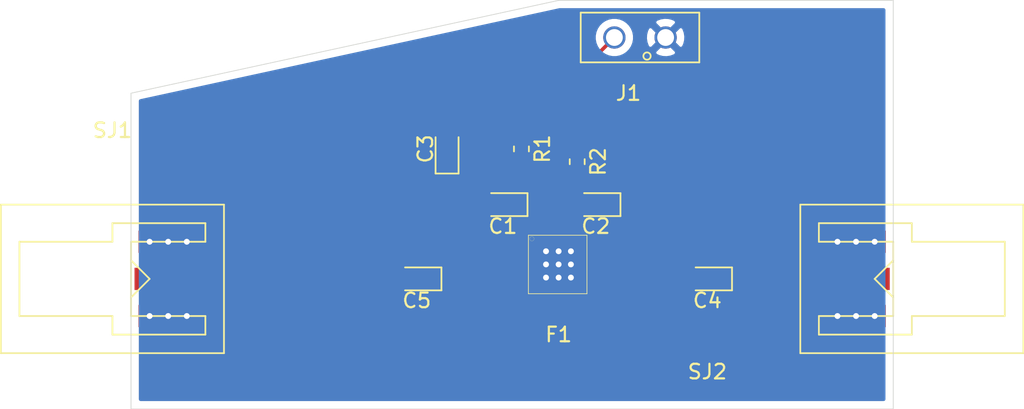
<source format=kicad_pcb>
(kicad_pcb (version 20171130) (host pcbnew 5.1.2-f72e74a~84~ubuntu18.04.1)

  (general
    (thickness 1.6)
    (drawings 5)
    (tracks 106)
    (zones 0)
    (modules 11)
    (nets 9)
  )

  (page A4)
  (layers
    (0 F.Cu signal)
    (31 B.Cu signal)
    (32 B.Adhes user)
    (33 F.Adhes user)
    (34 B.Paste user)
    (35 F.Paste user)
    (36 B.SilkS user)
    (37 F.SilkS user)
    (38 B.Mask user)
    (39 F.Mask user)
    (40 Dwgs.User user)
    (41 Cmts.User user)
    (42 Eco1.User user)
    (43 Eco2.User user)
    (44 Edge.Cuts user)
    (45 Margin user)
    (46 B.CrtYd user)
    (47 F.CrtYd user)
    (48 B.Fab user)
    (49 F.Fab user)
  )

  (setup
    (last_trace_width 0.25)
    (trace_clearance 0.2)
    (zone_clearance 0.508)
    (zone_45_only no)
    (trace_min 0.2)
    (via_size 0.8)
    (via_drill 0.4)
    (via_min_size 0.4)
    (via_min_drill 0.3)
    (uvia_size 0.3)
    (uvia_drill 0.1)
    (uvias_allowed no)
    (uvia_min_size 0.2)
    (uvia_min_drill 0.1)
    (edge_width 0.05)
    (segment_width 0.2)
    (pcb_text_width 0.3)
    (pcb_text_size 1.5 1.5)
    (mod_edge_width 0.12)
    (mod_text_size 1 1)
    (mod_text_width 0.15)
    (pad_size 6 2.2)
    (pad_drill 0)
    (pad_to_mask_clearance 0.051)
    (solder_mask_min_width 0.25)
    (aux_axis_origin 0 0)
    (visible_elements FFFFFF7F)
    (pcbplotparams
      (layerselection 0x010fc_ffffffff)
      (usegerberextensions false)
      (usegerberattributes false)
      (usegerberadvancedattributes false)
      (creategerberjobfile false)
      (excludeedgelayer true)
      (linewidth 0.100000)
      (plotframeref false)
      (viasonmask false)
      (mode 1)
      (useauxorigin false)
      (hpglpennumber 1)
      (hpglpenspeed 20)
      (hpglpendiameter 15.000000)
      (psnegative false)
      (psa4output false)
      (plotreference true)
      (plotvalue true)
      (plotinvisibletext false)
      (padsonsilk false)
      (subtractmaskfromsilk false)
      (outputformat 1)
      (mirror false)
      (drillshape 0)
      (scaleselection 1)
      (outputdirectory "proto1_ger_drill/"))
  )

  (net 0 "")
  (net 1 GND)
  (net 2 VCC)
  (net 3 /RFin)
  (net 4 /RF_OUT)
  (net 5 /D2_in)
  (net 6 /D5_in)
  (net 7 /RF_out)
  (net 8 /RF_in)

  (net_class Default "This is the default net class."
    (clearance 0.2)
    (trace_width 0.25)
    (via_dia 0.8)
    (via_drill 0.4)
    (uvia_dia 0.3)
    (uvia_drill 0.1)
    (add_net /D2_in)
    (add_net /D5_in)
    (add_net /RF_OUT)
    (add_net /RF_in)
    (add_net /RF_out)
    (add_net /RFin)
    (add_net GND)
    (add_net VCC)
  )

  (module sma_custom:CONSMA003.062-G (layer F.Cu) (tedit 5D1F15C9) (tstamp 5D1F55EE)
    (at 173.99 125.73)
    (path /5D1E8D40)
    (fp_text reference SJ2 (at -13.97 3.81) (layer F.SilkS)
      (effects (font (size 1 1) (thickness 0.15)))
    )
    (fp_text value sma_jack (at -6.35 5.08) (layer F.Fab)
      (effects (font (size 1 1) (thickness 0.15)))
    )
    (fp_line (start -1.27 -1.27) (end -2.54 -2.54) (layer F.SilkS) (width 0.12))
    (fp_line (start -1.27 -3.81) (end -2.54 -2.54) (layer F.SilkS) (width 0.12))
    (fp_line (start -7.62 2.54) (end 7.62 2.54) (layer F.SilkS) (width 0.12))
    (fp_line (start 7.62 -7.62) (end -7.62 -7.62) (layer F.SilkS) (width 0.12))
    (fp_line (start -6.35 0) (end -6.35 1.27) (layer F.SilkS) (width 0.12))
    (fp_line (start -1.27 0) (end -6.35 0) (layer F.SilkS) (width 0.12))
    (fp_line (start -1.27 -5.08) (end -1.27 0) (layer F.SilkS) (width 0.12))
    (fp_line (start -6.35 -5.08) (end -1.27 -5.08) (layer F.SilkS) (width 0.12))
    (fp_line (start -6.35 -6.35) (end -6.35 -5.08) (layer F.SilkS) (width 0.12))
    (fp_line (start 6.35 -5.08) (end 6.35 0) (layer F.SilkS) (width 0.12))
    (fp_line (start 0 -5.08) (end 6.35 -5.08) (layer F.SilkS) (width 0.12))
    (fp_line (start 0 -6.35) (end 0 -5.08) (layer F.SilkS) (width 0.12))
    (fp_line (start 0 0) (end 6.35 0) (layer F.SilkS) (width 0.12))
    (fp_line (start 0 1.27) (end 0 0) (layer F.SilkS) (width 0.12))
    (fp_line (start 7.62 2.54) (end 7.62 -7.62) (layer F.SilkS) (width 0.12))
    (fp_line (start -7.62 -7.62) (end -7.62 2.54) (layer F.SilkS) (width 0.12))
    (fp_line (start 0 1.27) (end -6.35 1.27) (layer F.SilkS) (width 0.12))
    (fp_line (start -6.35 -6.35) (end 0 -6.35) (layer F.SilkS) (width 0.12))
    (pad 3 smd rect (at -3.81 0) (size 4.06 1.52) (layers F.Cu F.Paste F.Mask)
      (net 1 GND))
    (pad 2 smd rect (at -3.81 -5.08) (size 4.06 1.52) (layers F.Cu F.Paste F.Mask)
      (net 1 GND))
    (pad 1 smd rect (at -3.81 -2.54) (size 4.6 1.52) (layers F.Cu F.Paste F.Mask)
      (net 4 /RF_OUT))
  )

  (module sma_custom:CONSMA003.062-G (layer F.Cu) (tedit 5D1F15C9) (tstamp 5D1F55D5)
    (at 119.38 120.65 180)
    (path /5D1E3374)
    (fp_text reference SJ1 (at 0 7.62) (layer F.SilkS)
      (effects (font (size 1 1) (thickness 0.15)))
    )
    (fp_text value sma_jack (at 0 5.08) (layer F.Fab)
      (effects (font (size 1 1) (thickness 0.15)))
    )
    (fp_line (start -1.27 -1.27) (end -2.54 -2.54) (layer F.SilkS) (width 0.12))
    (fp_line (start -1.27 -3.81) (end -2.54 -2.54) (layer F.SilkS) (width 0.12))
    (fp_line (start -7.62 2.54) (end 7.62 2.54) (layer F.SilkS) (width 0.12))
    (fp_line (start 7.62 -7.62) (end -7.62 -7.62) (layer F.SilkS) (width 0.12))
    (fp_line (start -6.35 0) (end -6.35 1.27) (layer F.SilkS) (width 0.12))
    (fp_line (start -1.27 0) (end -6.35 0) (layer F.SilkS) (width 0.12))
    (fp_line (start -1.27 -5.08) (end -1.27 0) (layer F.SilkS) (width 0.12))
    (fp_line (start -6.35 -5.08) (end -1.27 -5.08) (layer F.SilkS) (width 0.12))
    (fp_line (start -6.35 -6.35) (end -6.35 -5.08) (layer F.SilkS) (width 0.12))
    (fp_line (start 6.35 -5.08) (end 6.35 0) (layer F.SilkS) (width 0.12))
    (fp_line (start 0 -5.08) (end 6.35 -5.08) (layer F.SilkS) (width 0.12))
    (fp_line (start 0 -6.35) (end 0 -5.08) (layer F.SilkS) (width 0.12))
    (fp_line (start 0 0) (end 6.35 0) (layer F.SilkS) (width 0.12))
    (fp_line (start 0 1.27) (end 0 0) (layer F.SilkS) (width 0.12))
    (fp_line (start 7.62 2.54) (end 7.62 -7.62) (layer F.SilkS) (width 0.12))
    (fp_line (start -7.62 -7.62) (end -7.62 2.54) (layer F.SilkS) (width 0.12))
    (fp_line (start 0 1.27) (end -6.35 1.27) (layer F.SilkS) (width 0.12))
    (fp_line (start -6.35 -6.35) (end 0 -6.35) (layer F.SilkS) (width 0.12))
    (pad 3 smd rect (at -3.81 0 180) (size 4.06 1.52) (layers F.Cu F.Paste F.Mask)
      (net 1 GND))
    (pad 2 smd rect (at -3.81 -5.08 180) (size 4.06 1.52) (layers F.Cu F.Paste F.Mask)
      (net 1 GND))
    (pad 1 smd rect (at -3.81 -2.54 180) (size 4.6 1.52) (layers F.Cu F.Paste F.Mask)
      (net 3 /RFin))
  )

  (module Resistor_SMD:R_0603_1608Metric_Pad1.05x0.95mm_HandSolder (layer F.Cu) (tedit 5B301BBD) (tstamp 5D1E66B2)
    (at 151.13 115.175 270)
    (descr "Resistor SMD 0603 (1608 Metric), square (rectangular) end terminal, IPC_7351 nominal with elongated pad for handsoldering. (Body size source: http://www.tortai-tech.com/upload/download/2011102023233369053.pdf), generated with kicad-footprint-generator")
    (tags "resistor handsolder")
    (path /5D2C886E)
    (attr smd)
    (fp_text reference R2 (at 0 -1.43 90) (layer F.SilkS)
      (effects (font (size 1 1) (thickness 0.15)))
    )
    (fp_text value 5k (at 0 1.43 90) (layer F.Fab)
      (effects (font (size 1 1) (thickness 0.15)))
    )
    (fp_text user %R (at 0 0 90) (layer F.Fab)
      (effects (font (size 0.4 0.4) (thickness 0.06)))
    )
    (fp_line (start 1.65 0.73) (end -1.65 0.73) (layer F.CrtYd) (width 0.05))
    (fp_line (start 1.65 -0.73) (end 1.65 0.73) (layer F.CrtYd) (width 0.05))
    (fp_line (start -1.65 -0.73) (end 1.65 -0.73) (layer F.CrtYd) (width 0.05))
    (fp_line (start -1.65 0.73) (end -1.65 -0.73) (layer F.CrtYd) (width 0.05))
    (fp_line (start -0.171267 0.51) (end 0.171267 0.51) (layer F.SilkS) (width 0.12))
    (fp_line (start -0.171267 -0.51) (end 0.171267 -0.51) (layer F.SilkS) (width 0.12))
    (fp_line (start 0.8 0.4) (end -0.8 0.4) (layer F.Fab) (width 0.1))
    (fp_line (start 0.8 -0.4) (end 0.8 0.4) (layer F.Fab) (width 0.1))
    (fp_line (start -0.8 -0.4) (end 0.8 -0.4) (layer F.Fab) (width 0.1))
    (fp_line (start -0.8 0.4) (end -0.8 -0.4) (layer F.Fab) (width 0.1))
    (pad 2 smd roundrect (at 0.875 0 270) (size 1.05 0.95) (layers F.Cu F.Paste F.Mask) (roundrect_rratio 0.25)
      (net 6 /D5_in))
    (pad 1 smd roundrect (at -0.875 0 270) (size 1.05 0.95) (layers F.Cu F.Paste F.Mask) (roundrect_rratio 0.25)
      (net 2 VCC))
    (model ${KISYS3DMOD}/Resistor_SMD.3dshapes/R_0603_1608Metric.wrl
      (at (xyz 0 0 0))
      (scale (xyz 1 1 1))
      (rotate (xyz 0 0 0))
    )
  )

  (module Resistor_SMD:R_0603_1608Metric_Pad1.05x0.95mm_HandSolder (layer F.Cu) (tedit 5B301BBD) (tstamp 5D1E66A1)
    (at 147.32 114.3 270)
    (descr "Resistor SMD 0603 (1608 Metric), square (rectangular) end terminal, IPC_7351 nominal with elongated pad for handsoldering. (Body size source: http://www.tortai-tech.com/upload/download/2011102023233369053.pdf), generated with kicad-footprint-generator")
    (tags "resistor handsolder")
    (path /5D2C8BAC)
    (attr smd)
    (fp_text reference R1 (at 0 -1.43 90) (layer F.SilkS)
      (effects (font (size 1 1) (thickness 0.15)))
    )
    (fp_text value 5k (at 0 1.43 90) (layer F.Fab)
      (effects (font (size 1 1) (thickness 0.15)))
    )
    (fp_text user %R (at 0 0 90) (layer F.Fab)
      (effects (font (size 0.4 0.4) (thickness 0.06)))
    )
    (fp_line (start 1.65 0.73) (end -1.65 0.73) (layer F.CrtYd) (width 0.05))
    (fp_line (start 1.65 -0.73) (end 1.65 0.73) (layer F.CrtYd) (width 0.05))
    (fp_line (start -1.65 -0.73) (end 1.65 -0.73) (layer F.CrtYd) (width 0.05))
    (fp_line (start -1.65 0.73) (end -1.65 -0.73) (layer F.CrtYd) (width 0.05))
    (fp_line (start -0.171267 0.51) (end 0.171267 0.51) (layer F.SilkS) (width 0.12))
    (fp_line (start -0.171267 -0.51) (end 0.171267 -0.51) (layer F.SilkS) (width 0.12))
    (fp_line (start 0.8 0.4) (end -0.8 0.4) (layer F.Fab) (width 0.1))
    (fp_line (start 0.8 -0.4) (end 0.8 0.4) (layer F.Fab) (width 0.1))
    (fp_line (start -0.8 -0.4) (end 0.8 -0.4) (layer F.Fab) (width 0.1))
    (fp_line (start -0.8 0.4) (end -0.8 -0.4) (layer F.Fab) (width 0.1))
    (pad 2 smd roundrect (at 0.875 0 270) (size 1.05 0.95) (layers F.Cu F.Paste F.Mask) (roundrect_rratio 0.25)
      (net 5 /D2_in))
    (pad 1 smd roundrect (at -0.875 0 270) (size 1.05 0.95) (layers F.Cu F.Paste F.Mask) (roundrect_rratio 0.25)
      (net 2 VCC))
    (model ${KISYS3DMOD}/Resistor_SMD.3dshapes/R_0603_1608Metric.wrl
      (at (xyz 0 0 0))
      (scale (xyz 1 1 1))
      (rotate (xyz 0 0 0))
    )
  )

  (module borniers:PRT-08084 (layer F.Cu) (tedit 5D01074F) (tstamp 5D1E6690)
    (at 157.17 111.76)
    (path /5D2D9A16)
    (fp_text reference J1 (at -2.54 -1.27) (layer F.SilkS)
      (effects (font (size 1 1) (thickness 0.15)))
    )
    (fp_text value Supply (at -8.58 -5.08) (layer F.Fab)
      (effects (font (size 1 1) (thickness 0.15)))
    )
    (fp_circle (center -1.27 -3.81) (end -1.02 -3.81) (layer F.SilkS) (width 0.12))
    (fp_line (start 2.3 -3.38) (end -5.8 -3.38) (layer F.SilkS) (width 0.12))
    (fp_line (start -5.8 -6.78) (end 2.3 -6.78) (layer F.SilkS) (width 0.12))
    (fp_line (start 2.3 -3.38) (end 2.3 -6.78) (layer F.SilkS) (width 0.12))
    (fp_line (start -5.8 -3.38) (end -5.8 -6.78) (layer F.SilkS) (width 0.12))
    (pad 2 thru_hole circle (at 0 -5.08) (size 1.524 1.524) (drill 1.15) (layers *.Cu *.Mask)
      (net 1 GND))
    (pad 1 thru_hole circle (at -3.5 -5.08) (size 1.524 1.524) (drill 1.15) (layers *.Cu *.Mask)
      (net 2 VCC))
  )

  (module attenuator:F1958 (layer F.Cu) (tedit 5D1DA618) (tstamp 5D1E6685)
    (at 150.334999 122.744999)
    (path /5D2C7880)
    (fp_text reference F1 (at -0.474999 4.255001) (layer F.SilkS)
      (effects (font (size 1 1) (thickness 0.15)))
    )
    (fp_text value F1958 (at -0.474999 2.985001) (layer F.Fab)
      (effects (font (size 1 1) (thickness 0.15)))
    )
    (fp_circle (center -2.3 -2.3) (end -2.15 -2.3) (layer F.SilkS) (width 0.01))
    (fp_line (start 1.46 1.46) (end -2.54 1.46) (layer F.SilkS) (width 0.05))
    (fp_line (start 1.46 -2.54) (end 1.46 1.46) (layer F.SilkS) (width 0.05))
    (fp_line (start -2.54 1.46) (end -2.54 -2.54) (layer F.SilkS) (width 0.05))
    (fp_line (start -2.54 -2.54) (end 1.46 -2.54) (layer F.SilkS) (width 0.05))
    (pad 25 smd rect (at -0.53 -0.53) (size 2.7 2.7) (layers F.Cu F.Paste F.Mask)
      (net 1 GND))
    (pad 18 smd rect (at 1.46 -1.79 90) (size 0.3 0.8) (layers F.Cu F.Paste F.Mask)
      (net 1 GND))
    (pad 13 smd rect (at 1.46 0.71 90) (size 0.3 0.8) (layers F.Cu F.Paste F.Mask)
      (net 1 GND))
    (pad 14 smd rect (at 1.46 0.21 90) (size 0.3 0.8) (layers F.Cu F.Paste F.Mask)
      (net 7 /RF_out))
    (pad 15 smd rect (at 1.46 -0.29 90) (size 0.3 0.8) (layers F.Cu F.Paste F.Mask)
      (net 1 GND))
    (pad 17 smd rect (at 1.46 -1.29 90) (size 0.3 0.8) (layers F.Cu F.Paste F.Mask)
      (net 1 GND))
    (pad 16 smd rect (at 1.46 -0.79 90) (size 0.3 0.8) (layers F.Cu F.Paste F.Mask)
      (net 2 VCC))
    (pad 6 smd rect (at -2.54 0.71 90) (size 0.3 0.8) (layers F.Cu F.Paste F.Mask)
      (net 1 GND))
    (pad 5 smd rect (at -2.54 0.21 90) (size 0.3 0.8) (layers F.Cu F.Paste F.Mask)
      (net 8 /RF_in))
    (pad 4 smd rect (at -2.54 -0.29 90) (size 0.3 0.8) (layers F.Cu F.Paste F.Mask)
      (net 1 GND))
    (pad 3 smd rect (at -2.54 -0.79 90) (size 0.3 0.8) (layers F.Cu F.Paste F.Mask)
      (net 1 GND))
    (pad 2 smd rect (at -2.54 -1.29 90) (size 0.3 0.8) (layers F.Cu F.Paste F.Mask)
      (net 2 VCC))
    (pad 1 smd rect (at -2.54 -1.79 90) (size 0.3 0.8) (layers F.Cu F.Paste F.Mask)
      (net 1 GND))
    (pad 7 smd rect (at -1.79 1.46) (size 0.3 0.8) (layers F.Cu F.Paste F.Mask)
      (net 1 GND))
    (pad 8 smd rect (at -1.29 1.46) (size 0.3 0.8) (layers F.Cu F.Paste F.Mask)
      (net 1 GND))
    (pad 10 smd rect (at -0.29 1.46) (size 0.3 0.8) (layers F.Cu F.Paste F.Mask)
      (net 1 GND))
    (pad 9 smd rect (at -0.79 1.46) (size 0.3 0.8) (layers F.Cu F.Paste F.Mask)
      (net 1 GND))
    (pad 12 smd rect (at 0.71 1.46) (size 0.3 0.8) (layers F.Cu F.Paste F.Mask)
      (net 1 GND))
    (pad 11 smd rect (at 0.21 1.46) (size 0.3 0.8) (layers F.Cu F.Paste F.Mask)
      (net 1 GND))
    (pad 19 smd rect (at 0.71 -2.54) (size 0.3 0.8) (layers F.Cu F.Paste F.Mask)
      (net 1 GND))
    (pad 20 smd rect (at 0.21 -2.54) (size 0.3 0.8) (layers F.Cu F.Paste F.Mask)
      (net 6 /D5_in))
    (pad 21 smd rect (at -0.29 -2.54) (size 0.3 0.8) (layers F.Cu F.Paste F.Mask)
      (net 1 GND))
    (pad 22 smd rect (at -0.79 -2.54) (size 0.3 0.8) (layers F.Cu F.Paste F.Mask)
      (net 1 GND))
    (pad 23 smd rect (at -1.29 -2.54) (size 0.3 0.8) (layers F.Cu F.Paste F.Mask)
      (net 5 /D2_in))
    (pad 24 smd rect (at -1.79 -2.54) (size 0.3 0.8) (layers F.Cu F.Paste F.Mask)
      (net 1 GND))
  )

  (module Capacitor_Tantalum_SMD:CP_EIA-1608-08_AVX-J_Pad1.25x1.05mm_HandSolder (layer F.Cu) (tedit 5B301BBE) (tstamp 5D1E6663)
    (at 140.17 123.19 180)
    (descr "Tantalum Capacitor SMD AVX-J (1608-08 Metric), IPC_7351 nominal, (Body size from: https://www.vishay.com/docs/48064/_t58_vmn_pt0471_1601.pdf), generated with kicad-footprint-generator")
    (tags "capacitor tantalum")
    (path /5D1F0A20)
    (attr smd)
    (fp_text reference C5 (at 0 -1.48) (layer F.SilkS)
      (effects (font (size 1 1) (thickness 0.15)))
    )
    (fp_text value 100p (at 0 1.48) (layer F.Fab)
      (effects (font (size 1 1) (thickness 0.15)))
    )
    (fp_text user %R (at 0 0) (layer F.Fab)
      (effects (font (size 0.4 0.4) (thickness 0.06)))
    )
    (fp_line (start 1.68 0.78) (end -1.68 0.78) (layer F.CrtYd) (width 0.05))
    (fp_line (start 1.68 -0.78) (end 1.68 0.78) (layer F.CrtYd) (width 0.05))
    (fp_line (start -1.68 -0.78) (end 1.68 -0.78) (layer F.CrtYd) (width 0.05))
    (fp_line (start -1.68 0.78) (end -1.68 -0.78) (layer F.CrtYd) (width 0.05))
    (fp_line (start -1.685 0.785) (end 0.8 0.785) (layer F.SilkS) (width 0.12))
    (fp_line (start -1.685 -0.785) (end -1.685 0.785) (layer F.SilkS) (width 0.12))
    (fp_line (start 0.8 -0.785) (end -1.685 -0.785) (layer F.SilkS) (width 0.12))
    (fp_line (start 0.8 0.425) (end 0.8 -0.425) (layer F.Fab) (width 0.1))
    (fp_line (start -0.8 0.425) (end 0.8 0.425) (layer F.Fab) (width 0.1))
    (fp_line (start -0.8 -0.125) (end -0.8 0.425) (layer F.Fab) (width 0.1))
    (fp_line (start -0.5 -0.425) (end -0.8 -0.125) (layer F.Fab) (width 0.1))
    (fp_line (start 0.8 -0.425) (end -0.5 -0.425) (layer F.Fab) (width 0.1))
    (pad 2 smd roundrect (at 0.8 0 180) (size 1.25 1.05) (layers F.Cu F.Paste F.Mask) (roundrect_rratio 0.238095)
      (net 3 /RFin))
    (pad 1 smd roundrect (at -0.8 0 180) (size 1.25 1.05) (layers F.Cu F.Paste F.Mask) (roundrect_rratio 0.238095)
      (net 8 /RF_in))
    (model ${KISYS3DMOD}/Capacitor_Tantalum_SMD.3dshapes/CP_EIA-1608-08_AVX-J.wrl
      (at (xyz 0 0 0))
      (scale (xyz 1 1 1))
      (rotate (xyz 0 0 0))
    )
  )

  (module Capacitor_Tantalum_SMD:CP_EIA-1608-08_AVX-J_Pad1.25x1.05mm_HandSolder (layer F.Cu) (tedit 5B301BBE) (tstamp 5D1E6650)
    (at 160.02 123.19 180)
    (descr "Tantalum Capacitor SMD AVX-J (1608-08 Metric), IPC_7351 nominal, (Body size from: https://www.vishay.com/docs/48064/_t58_vmn_pt0471_1601.pdf), generated with kicad-footprint-generator")
    (tags "capacitor tantalum")
    (path /5D1F0F14)
    (attr smd)
    (fp_text reference C4 (at 0 -1.48) (layer F.SilkS)
      (effects (font (size 1 1) (thickness 0.15)))
    )
    (fp_text value 100p (at 0 1.48) (layer F.Fab)
      (effects (font (size 1 1) (thickness 0.15)))
    )
    (fp_text user %R (at 0 0) (layer F.Fab)
      (effects (font (size 0.4 0.4) (thickness 0.06)))
    )
    (fp_line (start 1.68 0.78) (end -1.68 0.78) (layer F.CrtYd) (width 0.05))
    (fp_line (start 1.68 -0.78) (end 1.68 0.78) (layer F.CrtYd) (width 0.05))
    (fp_line (start -1.68 -0.78) (end 1.68 -0.78) (layer F.CrtYd) (width 0.05))
    (fp_line (start -1.68 0.78) (end -1.68 -0.78) (layer F.CrtYd) (width 0.05))
    (fp_line (start -1.685 0.785) (end 0.8 0.785) (layer F.SilkS) (width 0.12))
    (fp_line (start -1.685 -0.785) (end -1.685 0.785) (layer F.SilkS) (width 0.12))
    (fp_line (start 0.8 -0.785) (end -1.685 -0.785) (layer F.SilkS) (width 0.12))
    (fp_line (start 0.8 0.425) (end 0.8 -0.425) (layer F.Fab) (width 0.1))
    (fp_line (start -0.8 0.425) (end 0.8 0.425) (layer F.Fab) (width 0.1))
    (fp_line (start -0.8 -0.125) (end -0.8 0.425) (layer F.Fab) (width 0.1))
    (fp_line (start -0.5 -0.425) (end -0.8 -0.125) (layer F.Fab) (width 0.1))
    (fp_line (start 0.8 -0.425) (end -0.5 -0.425) (layer F.Fab) (width 0.1))
    (pad 2 smd roundrect (at 0.8 0 180) (size 1.25 1.05) (layers F.Cu F.Paste F.Mask) (roundrect_rratio 0.238095)
      (net 7 /RF_out))
    (pad 1 smd roundrect (at -0.8 0 180) (size 1.25 1.05) (layers F.Cu F.Paste F.Mask) (roundrect_rratio 0.238095)
      (net 4 /RF_OUT))
    (model ${KISYS3DMOD}/Capacitor_Tantalum_SMD.3dshapes/CP_EIA-1608-08_AVX-J.wrl
      (at (xyz 0 0 0))
      (scale (xyz 1 1 1))
      (rotate (xyz 0 0 0))
    )
  )

  (module Capacitor_Tantalum_SMD:CP_EIA-1608-08_AVX-J_Pad1.25x1.05mm_HandSolder (layer F.Cu) (tedit 5B301BBE) (tstamp 5D1E663D)
    (at 142.24 114.3 90)
    (descr "Tantalum Capacitor SMD AVX-J (1608-08 Metric), IPC_7351 nominal, (Body size from: https://www.vishay.com/docs/48064/_t58_vmn_pt0471_1601.pdf), generated with kicad-footprint-generator")
    (tags "capacitor tantalum")
    (path /5D2DC827)
    (attr smd)
    (fp_text reference C3 (at 0 -1.48 90) (layer F.SilkS)
      (effects (font (size 1 1) (thickness 0.15)))
    )
    (fp_text value 0.1u (at 0 1.48 90) (layer F.Fab)
      (effects (font (size 1 1) (thickness 0.15)))
    )
    (fp_text user %R (at 0 0 90) (layer F.Fab)
      (effects (font (size 0.4 0.4) (thickness 0.06)))
    )
    (fp_line (start 1.68 0.78) (end -1.68 0.78) (layer F.CrtYd) (width 0.05))
    (fp_line (start 1.68 -0.78) (end 1.68 0.78) (layer F.CrtYd) (width 0.05))
    (fp_line (start -1.68 -0.78) (end 1.68 -0.78) (layer F.CrtYd) (width 0.05))
    (fp_line (start -1.68 0.78) (end -1.68 -0.78) (layer F.CrtYd) (width 0.05))
    (fp_line (start -1.685 0.785) (end 0.8 0.785) (layer F.SilkS) (width 0.12))
    (fp_line (start -1.685 -0.785) (end -1.685 0.785) (layer F.SilkS) (width 0.12))
    (fp_line (start 0.8 -0.785) (end -1.685 -0.785) (layer F.SilkS) (width 0.12))
    (fp_line (start 0.8 0.425) (end 0.8 -0.425) (layer F.Fab) (width 0.1))
    (fp_line (start -0.8 0.425) (end 0.8 0.425) (layer F.Fab) (width 0.1))
    (fp_line (start -0.8 -0.125) (end -0.8 0.425) (layer F.Fab) (width 0.1))
    (fp_line (start -0.5 -0.425) (end -0.8 -0.125) (layer F.Fab) (width 0.1))
    (fp_line (start 0.8 -0.425) (end -0.5 -0.425) (layer F.Fab) (width 0.1))
    (pad 2 smd roundrect (at 0.8 0 90) (size 1.25 1.05) (layers F.Cu F.Paste F.Mask) (roundrect_rratio 0.238095)
      (net 2 VCC))
    (pad 1 smd roundrect (at -0.8 0 90) (size 1.25 1.05) (layers F.Cu F.Paste F.Mask) (roundrect_rratio 0.238095)
      (net 1 GND))
    (model ${KISYS3DMOD}/Capacitor_Tantalum_SMD.3dshapes/CP_EIA-1608-08_AVX-J.wrl
      (at (xyz 0 0 0))
      (scale (xyz 1 1 1))
      (rotate (xyz 0 0 0))
    )
  )

  (module Capacitor_Tantalum_SMD:CP_EIA-1608-08_AVX-J_Pad1.25x1.05mm_HandSolder (layer F.Cu) (tedit 5B301BBE) (tstamp 5D1E662A)
    (at 152.4 118.11 180)
    (descr "Tantalum Capacitor SMD AVX-J (1608-08 Metric), IPC_7351 nominal, (Body size from: https://www.vishay.com/docs/48064/_t58_vmn_pt0471_1601.pdf), generated with kicad-footprint-generator")
    (tags "capacitor tantalum")
    (path /5D2CB8A7)
    (attr smd)
    (fp_text reference C2 (at 0 -1.48) (layer F.SilkS)
      (effects (font (size 1 1) (thickness 0.15)))
    )
    (fp_text value 2p (at 0 1.48) (layer F.Fab)
      (effects (font (size 1 1) (thickness 0.15)))
    )
    (fp_text user %R (at 0 0) (layer F.Fab)
      (effects (font (size 0.4 0.4) (thickness 0.06)))
    )
    (fp_line (start 1.68 0.78) (end -1.68 0.78) (layer F.CrtYd) (width 0.05))
    (fp_line (start 1.68 -0.78) (end 1.68 0.78) (layer F.CrtYd) (width 0.05))
    (fp_line (start -1.68 -0.78) (end 1.68 -0.78) (layer F.CrtYd) (width 0.05))
    (fp_line (start -1.68 0.78) (end -1.68 -0.78) (layer F.CrtYd) (width 0.05))
    (fp_line (start -1.685 0.785) (end 0.8 0.785) (layer F.SilkS) (width 0.12))
    (fp_line (start -1.685 -0.785) (end -1.685 0.785) (layer F.SilkS) (width 0.12))
    (fp_line (start 0.8 -0.785) (end -1.685 -0.785) (layer F.SilkS) (width 0.12))
    (fp_line (start 0.8 0.425) (end 0.8 -0.425) (layer F.Fab) (width 0.1))
    (fp_line (start -0.8 0.425) (end 0.8 0.425) (layer F.Fab) (width 0.1))
    (fp_line (start -0.8 -0.125) (end -0.8 0.425) (layer F.Fab) (width 0.1))
    (fp_line (start -0.5 -0.425) (end -0.8 -0.125) (layer F.Fab) (width 0.1))
    (fp_line (start 0.8 -0.425) (end -0.5 -0.425) (layer F.Fab) (width 0.1))
    (pad 2 smd roundrect (at 0.8 0 180) (size 1.25 1.05) (layers F.Cu F.Paste F.Mask) (roundrect_rratio 0.238095)
      (net 6 /D5_in))
    (pad 1 smd roundrect (at -0.8 0 180) (size 1.25 1.05) (layers F.Cu F.Paste F.Mask) (roundrect_rratio 0.238095)
      (net 1 GND))
    (model ${KISYS3DMOD}/Capacitor_Tantalum_SMD.3dshapes/CP_EIA-1608-08_AVX-J.wrl
      (at (xyz 0 0 0))
      (scale (xyz 1 1 1))
      (rotate (xyz 0 0 0))
    )
  )

  (module Capacitor_Tantalum_SMD:CP_EIA-1608-08_AVX-J_Pad1.25x1.05mm_HandSolder (layer F.Cu) (tedit 5B301BBE) (tstamp 5D1E6617)
    (at 146.05 118.11 180)
    (descr "Tantalum Capacitor SMD AVX-J (1608-08 Metric), IPC_7351 nominal, (Body size from: https://www.vishay.com/docs/48064/_t58_vmn_pt0471_1601.pdf), generated with kicad-footprint-generator")
    (tags "capacitor tantalum")
    (path /5D2C9611)
    (attr smd)
    (fp_text reference C1 (at 0 -1.48) (layer F.SilkS)
      (effects (font (size 1 1) (thickness 0.15)))
    )
    (fp_text value 2p (at 0 1.48) (layer F.Fab)
      (effects (font (size 1 1) (thickness 0.15)))
    )
    (fp_text user %R (at 0 0) (layer F.Fab)
      (effects (font (size 0.4 0.4) (thickness 0.06)))
    )
    (fp_line (start 1.68 0.78) (end -1.68 0.78) (layer F.CrtYd) (width 0.05))
    (fp_line (start 1.68 -0.78) (end 1.68 0.78) (layer F.CrtYd) (width 0.05))
    (fp_line (start -1.68 -0.78) (end 1.68 -0.78) (layer F.CrtYd) (width 0.05))
    (fp_line (start -1.68 0.78) (end -1.68 -0.78) (layer F.CrtYd) (width 0.05))
    (fp_line (start -1.685 0.785) (end 0.8 0.785) (layer F.SilkS) (width 0.12))
    (fp_line (start -1.685 -0.785) (end -1.685 0.785) (layer F.SilkS) (width 0.12))
    (fp_line (start 0.8 -0.785) (end -1.685 -0.785) (layer F.SilkS) (width 0.12))
    (fp_line (start 0.8 0.425) (end 0.8 -0.425) (layer F.Fab) (width 0.1))
    (fp_line (start -0.8 0.425) (end 0.8 0.425) (layer F.Fab) (width 0.1))
    (fp_line (start -0.8 -0.125) (end -0.8 0.425) (layer F.Fab) (width 0.1))
    (fp_line (start -0.5 -0.425) (end -0.8 -0.125) (layer F.Fab) (width 0.1))
    (fp_line (start 0.8 -0.425) (end -0.5 -0.425) (layer F.Fab) (width 0.1))
    (pad 2 smd roundrect (at 0.8 0 180) (size 1.25 1.05) (layers F.Cu F.Paste F.Mask) (roundrect_rratio 0.238095)
      (net 1 GND))
    (pad 1 smd roundrect (at -0.8 0 180) (size 1.25 1.05) (layers F.Cu F.Paste F.Mask) (roundrect_rratio 0.238095)
      (net 5 /D2_in))
    (model ${KISYS3DMOD}/Capacitor_Tantalum_SMD.3dshapes/CP_EIA-1608-08_AVX-J.wrl
      (at (xyz 0 0 0))
      (scale (xyz 1 1 1))
      (rotate (xyz 0 0 0))
    )
  )

  (gr_line (start 172.72 104.14) (end 149.86 104.14) (layer Edge.Cuts) (width 0.05) (tstamp 5D1F57F8))
  (gr_line (start 120.65 132.08) (end 172.72 132.08) (layer Edge.Cuts) (width 0.05) (tstamp 5D1F57F7))
  (gr_line (start 172.72 132.08) (end 172.72 104.14) (layer Edge.Cuts) (width 0.05) (tstamp 5D1F2FAB))
  (gr_line (start 120.65 110.49) (end 149.86 104.14) (layer Edge.Cuts) (width 0.05))
  (gr_line (start 120.65 132.08) (end 120.65 110.49) (layer Edge.Cuts) (width 0.05))

  (via (at 121.92 125.73) (size 0.8) (drill 0.4) (layers F.Cu B.Cu) (net 1))
  (via (at 123.19 125.73) (size 0.8) (drill 0.4) (layers F.Cu B.Cu) (net 1))
  (via (at 123.19 120.65) (size 0.8) (drill 0.4) (layers F.Cu B.Cu) (net 1))
  (via (at 121.92 120.65) (size 0.8) (drill 0.4) (layers F.Cu B.Cu) (net 1))
  (via (at 170.18 125.73) (size 0.8) (drill 0.4) (layers F.Cu B.Cu) (net 1))
  (via (at 171.45 125.73) (size 0.8) (drill 0.4) (layers F.Cu B.Cu) (net 1))
  (via (at 171.45 120.65) (size 0.8) (drill 0.4) (layers F.Cu B.Cu) (net 1))
  (via (at 170.18 120.65) (size 0.8) (drill 0.4) (layers F.Cu B.Cu) (net 1))
  (via (at 149 122.2) (size 0.8) (drill 0.4) (layers F.Cu B.Cu) (net 1))
  (via (at 149 123.1) (size 0.8) (drill 0.4) (layers F.Cu B.Cu) (net 1))
  (via (at 149 121.3) (size 0.8) (drill 0.4) (layers F.Cu B.Cu) (net 1))
  (via (at 149.86 121.3) (size 0.8) (drill 0.4) (layers F.Cu B.Cu) (net 1))
  (via (at 150.7 123.1) (size 0.8) (drill 0.4) (layers F.Cu B.Cu) (net 1))
  (via (at 150.7 121.3) (size 0.8) (drill 0.4) (layers F.Cu B.Cu) (net 1))
  (via (at 150.7 122.2) (size 0.8) (drill 0.4) (layers F.Cu B.Cu) (net 1))
  (via (at 149.86 123.1) (size 0.8) (drill 0.4) (layers F.Cu B.Cu) (net 1))
  (via (at 149.86 122.2) (size 0.8) (drill 0.4) (layers F.Cu B.Cu) (net 1))
  (segment (start 151.105001 120.204999) (end 151.044999 120.204999) (width 0.25) (layer F.Cu) (net 1))
  (segment (start 150.044999 120.204999) (end 149.544999 120.204999) (width 0.25) (layer F.Cu) (net 1))
  (segment (start 147.794999 121.954999) (end 147.794999 122.454999) (width 0.25) (layer F.Cu) (net 1))
  (segment (start 151.069998 122.379998) (end 151.069998 121.53) (width 0.25) (layer F.Cu) (net 1))
  (segment (start 151.144999 122.454999) (end 151.069998 122.379998) (width 0.25) (layer F.Cu) (net 1))
  (via (at 168.91 120.65) (size 0.8) (drill 0.4) (layers F.Cu B.Cu) (net 1))
  (via (at 168.91 125.73) (size 0.8) (drill 0.4) (layers F.Cu B.Cu) (net 1))
  (via (at 124.46 120.65) (size 0.8) (drill 0.4) (layers F.Cu B.Cu) (net 1))
  (via (at 124.46 125.73) (size 0.8) (drill 0.4) (layers F.Cu B.Cu) (net 1))
  (segment (start 151.069998 122.53) (end 151.144999 122.454999) (width 0.25) (layer F.Cu) (net 1))
  (segment (start 151.069998 123.379998) (end 151.069998 122.53) (width 0.25) (layer F.Cu) (net 1))
  (segment (start 142.24 115.1) (end 145.25 118.11) (width 0.25) (layer F.Cu) (net 1))
  (segment (start 153.2 118.11) (end 151.295 120.015) (width 0.25) (layer F.Cu) (net 1))
  (segment (start 151.234998 120.015) (end 151.044999 120.204999) (width 0.25) (layer F.Cu) (net 1))
  (segment (start 151.295 120.015) (end 151.234998 120.015) (width 0.25) (layer F.Cu) (net 1))
  (segment (start 150.044999 120.854999) (end 150.044999 120.204999) (width 0.25) (layer F.Cu) (net 1))
  (segment (start 150.12 120.93) (end 150.044999 120.854999) (width 0.25) (layer F.Cu) (net 1))
  (segment (start 150.969998 120.93) (end 150.12 120.93) (width 0.25) (layer F.Cu) (net 1))
  (segment (start 151.044999 120.854999) (end 150.969998 120.93) (width 0.25) (layer F.Cu) (net 1))
  (segment (start 151.044999 120.204999) (end 151.044999 120.854999) (width 0.25) (layer F.Cu) (net 1))
  (segment (start 148.544999 120.204999) (end 147.794999 120.954999) (width 0.25) (layer F.Cu) (net 1))
  (segment (start 148.52 123.379998) (end 148.444999 123.454999) (width 0.25) (layer F.Cu) (net 1))
  (segment (start 148.52 122.544998) (end 148.52 123.379998) (width 0.25) (layer F.Cu) (net 1))
  (segment (start 148.444999 123.454999) (end 147.794999 123.454999) (width 0.25) (layer F.Cu) (net 1))
  (segment (start 148.430001 122.454999) (end 148.52 122.544998) (width 0.25) (layer F.Cu) (net 1))
  (segment (start 147.794999 122.454999) (end 148.430001 122.454999) (width 0.25) (layer F.Cu) (net 1))
  (segment (start 148.544999 124.204999) (end 151.044999 124.204999) (width 0.25) (layer F.Cu) (net 1))
  (segment (start 148.544999 123.474999) (end 149.804999 122.214999) (width 0.25) (layer F.Cu) (net 1))
  (segment (start 148.544999 124.204999) (end 148.544999 123.474999) (width 0.25) (layer F.Cu) (net 1))
  (segment (start 151.044999 123.454999) (end 149.804999 122.214999) (width 0.25) (layer F.Cu) (net 1))
  (segment (start 151.794999 123.454999) (end 151.044999 123.454999) (width 0.25) (layer F.Cu) (net 1))
  (segment (start 151.069998 121.544998) (end 151.134998 121.479998) (width 0.25) (layer F.Cu) (net 1))
  (segment (start 151.794999 122.454999) (end 151.144999 122.454999) (width 0.25) (layer F.Cu) (net 1))
  (segment (start 151.069998 122.379998) (end 151.069998 121.544998) (width 0.25) (layer F.Cu) (net 1))
  (segment (start 151.144999 121.454999) (end 151.794999 121.454999) (width 0.25) (layer F.Cu) (net 1))
  (segment (start 151.134998 121.465) (end 151.144999 121.454999) (width 0.25) (layer F.Cu) (net 1))
  (segment (start 151.134998 121.479998) (end 151.134998 121.465) (width 0.25) (layer F.Cu) (net 1))
  (segment (start 151.064999 120.954999) (end 149.804999 122.214999) (width 0.25) (layer F.Cu) (net 1))
  (segment (start 151.794999 120.954999) (end 151.064999 120.954999) (width 0.25) (layer F.Cu) (net 1))
  (segment (start 147.794999 120.654999) (end 147.794999 120.954999) (width 0.25) (layer F.Cu) (net 1))
  (segment (start 145.25 118.11) (end 147.794999 120.654999) (width 0.25) (layer F.Cu) (net 1))
  (segment (start 148.654999 120.954999) (end 149 121.3) (width 0.25) (layer F.Cu) (net 1))
  (segment (start 147.794999 120.954999) (end 148.654999 120.954999) (width 0.25) (layer F.Cu) (net 1))
  (segment (start 148.444999 121.954999) (end 147.794999 121.954999) (width 0.25) (layer F.Cu) (net 1))
  (segment (start 148.52 121.879998) (end 148.444999 121.954999) (width 0.25) (layer F.Cu) (net 1))
  (segment (start 148.52 121.03) (end 148.52 121.879998) (width 0.25) (layer F.Cu) (net 1))
  (segment (start 148.444999 120.954999) (end 148.52 121.03) (width 0.25) (layer F.Cu) (net 1))
  (segment (start 147.794999 120.954999) (end 148.444999 120.954999) (width 0.25) (layer F.Cu) (net 1))
  (segment (start 147.245 113.5) (end 147.32 113.425) (width 0.25) (layer F.Cu) (net 2))
  (segment (start 142.814072 112.925928) (end 142.805204 112.934796) (width 0.25) (layer F.Cu) (net 2))
  (segment (start 151.13 109.22) (end 151.13 114.3) (width 0.25) (layer F.Cu) (net 2))
  (segment (start 153.67 106.68) (end 151.13 109.22) (width 0.25) (layer F.Cu) (net 2))
  (segment (start 151.13 109.615) (end 147.32 113.425) (width 0.25) (layer F.Cu) (net 2))
  (segment (start 151.13 109.22) (end 151.13 109.615) (width 0.25) (layer F.Cu) (net 2))
  (segment (start 146.125 109.615) (end 142.24 113.5) (width 0.25) (layer F.Cu) (net 2))
  (segment (start 151.13 109.615) (end 146.125 109.615) (width 0.25) (layer F.Cu) (net 2))
  (segment (start 141.38999 116.01086) (end 141.38999 114.35001) (width 0.25) (layer F.Cu) (net 2))
  (segment (start 146.834129 121.454999) (end 141.38999 116.01086) (width 0.25) (layer F.Cu) (net 2))
  (segment (start 141.674796 114.065204) (end 142.24 113.5) (width 0.25) (layer F.Cu) (net 2))
  (segment (start 141.38999 114.35001) (end 141.674796 114.065204) (width 0.25) (layer F.Cu) (net 2))
  (segment (start 147.794999 121.454999) (end 146.834129 121.454999) (width 0.25) (layer F.Cu) (net 2))
  (segment (start 151.629072 114.799072) (end 151.13 114.3) (width 0.25) (layer F.Cu) (net 2))
  (segment (start 154.15001 117.32001) (end 151.629072 114.799072) (width 0.25) (layer F.Cu) (net 2))
  (segment (start 154.15001 118.62318) (end 154.15001 117.32001) (width 0.25) (layer F.Cu) (net 2))
  (segment (start 152.52 120.25319) (end 154.15001 118.62318) (width 0.25) (layer F.Cu) (net 2))
  (segment (start 152.52 121.879998) (end 152.52 120.25319) (width 0.25) (layer F.Cu) (net 2))
  (segment (start 152.444999 121.954999) (end 152.52 121.879998) (width 0.25) (layer F.Cu) (net 2))
  (segment (start 151.794999 121.954999) (end 152.444999 121.954999) (width 0.25) (layer F.Cu) (net 2))
  (segment (start 139.37 123.19) (end 137.16 123.19) (width 0.25) (layer F.Cu) (net 3))
  (segment (start 122.5 123.19) (end 138.2 123.19) (width 2.9) (layer F.Cu) (net 3))
  (segment (start 160.82 123.19) (end 162.56 123.19) (width 0.25) (layer F.Cu) (net 4))
  (segment (start 162 123.19) (end 170.75 123.19) (width 2.9) (layer F.Cu) (net 4))
  (segment (start 146.85 118.11) (end 147.6 118.11) (width 0.25) (layer F.Cu) (net 5))
  (segment (start 147.32 117.64) (end 146.85 118.11) (width 0.25) (layer F.Cu) (net 5))
  (segment (start 147.32 115.175) (end 147.32 117.64) (width 0.25) (layer F.Cu) (net 5))
  (segment (start 149.069998 120.18) (end 149.044999 120.204999) (width 0.25) (layer F.Cu) (net 5))
  (segment (start 149.069998 119.579998) (end 149.069998 120.18) (width 0.25) (layer F.Cu) (net 5))
  (segment (start 147.6 118.11) (end 149.069998 119.579998) (width 0.25) (layer F.Cu) (net 5))
  (segment (start 151.13 117.64) (end 151.6 118.11) (width 0.25) (layer F.Cu) (net 6))
  (segment (start 151.13 116.05) (end 151.13 117.64) (width 0.25) (layer F.Cu) (net 6))
  (segment (start 150.544999 119.165001) (end 150.544999 120.204999) (width 0.25) (layer F.Cu) (net 6))
  (segment (start 151.6 118.11) (end 150.544999 119.165001) (width 0.25) (layer F.Cu) (net 6))
  (segment (start 159.22 123.19) (end 157.48 123.19) (width 0.25) (layer F.Cu) (net 7))
  (segment (start 154 122.954999) (end 158.2 122.954999) (width 2.9) (layer F.Cu) (net 7))
  (segment (start 151.794999 122.954999) (end 152.6 122.954999) (width 0.25) (layer F.Cu) (net 7))
  (segment (start 152.799999 122.954999) (end 153.434999 122.954999) (width 0.25) (layer F.Cu) (net 7))
  (segment (start 140.97 123.19) (end 142.24 123.19) (width 0.25) (layer F.Cu) (net 8))
  (segment (start 147.794999 122.954999) (end 147.1 122.954999) (width 0.25) (layer F.Cu) (net 8))
  (segment (start 142.175 123.19) (end 145.7 123.19) (width 2.9) (layer F.Cu) (net 8))

  (zone (net 1) (net_name GND) (layer B.Cu) (tstamp 5D238C5D) (hatch edge 0.508)
    (connect_pads (clearance 0.508))
    (min_thickness 0.254)
    (fill yes (arc_segments 32) (thermal_gap 0.508) (thermal_bridge_width 0.508))
    (polygon
      (pts
        (xy 120.65 110.49) (xy 150.495 104.14) (xy 172.72 104.14) (xy 172.72 132.08) (xy 120.65 132.08)
      )
    )
    (filled_polygon
      (pts
        (xy 172.06 131.42) (xy 121.31 131.42) (xy 121.31 111.021937) (xy 141.915834 106.542408) (xy 152.273 106.542408)
        (xy 152.273 106.817592) (xy 152.326686 107.08749) (xy 152.431995 107.341727) (xy 152.58488 107.570535) (xy 152.779465 107.76512)
        (xy 153.008273 107.918005) (xy 153.26251 108.023314) (xy 153.532408 108.077) (xy 153.807592 108.077) (xy 154.07749 108.023314)
        (xy 154.331727 107.918005) (xy 154.560535 107.76512) (xy 154.68009 107.645565) (xy 156.38404 107.645565) (xy 156.45102 107.885656)
        (xy 156.700048 108.002756) (xy 156.967135 108.069023) (xy 157.242017 108.08191) (xy 157.514133 108.040922) (xy 157.773023 107.947636)
        (xy 157.88898 107.885656) (xy 157.95596 107.645565) (xy 157.17 106.859605) (xy 156.38404 107.645565) (xy 154.68009 107.645565)
        (xy 154.75512 107.570535) (xy 154.908005 107.341727) (xy 155.013314 107.08749) (xy 155.067 106.817592) (xy 155.067 106.752017)
        (xy 155.76809 106.752017) (xy 155.809078 107.024133) (xy 155.902364 107.283023) (xy 155.964344 107.39898) (xy 156.204435 107.46596)
        (xy 156.990395 106.68) (xy 157.349605 106.68) (xy 158.135565 107.46596) (xy 158.375656 107.39898) (xy 158.492756 107.149952)
        (xy 158.559023 106.882865) (xy 158.57191 106.607983) (xy 158.530922 106.335867) (xy 158.437636 106.076977) (xy 158.375656 105.96102)
        (xy 158.135565 105.89404) (xy 157.349605 106.68) (xy 156.990395 106.68) (xy 156.204435 105.89404) (xy 155.964344 105.96102)
        (xy 155.847244 106.210048) (xy 155.780977 106.477135) (xy 155.76809 106.752017) (xy 155.067 106.752017) (xy 155.067 106.542408)
        (xy 155.013314 106.27251) (xy 154.908005 106.018273) (xy 154.75512 105.789465) (xy 154.68009 105.714435) (xy 156.38404 105.714435)
        (xy 157.17 106.500395) (xy 157.95596 105.714435) (xy 157.88898 105.474344) (xy 157.639952 105.357244) (xy 157.372865 105.290977)
        (xy 157.097983 105.27809) (xy 156.825867 105.319078) (xy 156.566977 105.412364) (xy 156.45102 105.474344) (xy 156.38404 105.714435)
        (xy 154.68009 105.714435) (xy 154.560535 105.59488) (xy 154.331727 105.441995) (xy 154.07749 105.336686) (xy 153.807592 105.283)
        (xy 153.532408 105.283) (xy 153.26251 105.336686) (xy 153.008273 105.441995) (xy 152.779465 105.59488) (xy 152.58488 105.789465)
        (xy 152.431995 106.018273) (xy 152.326686 106.27251) (xy 152.273 106.542408) (xy 141.915834 106.542408) (xy 149.930912 104.8)
        (xy 172.060001 104.8)
      )
    )
  )
)

</source>
